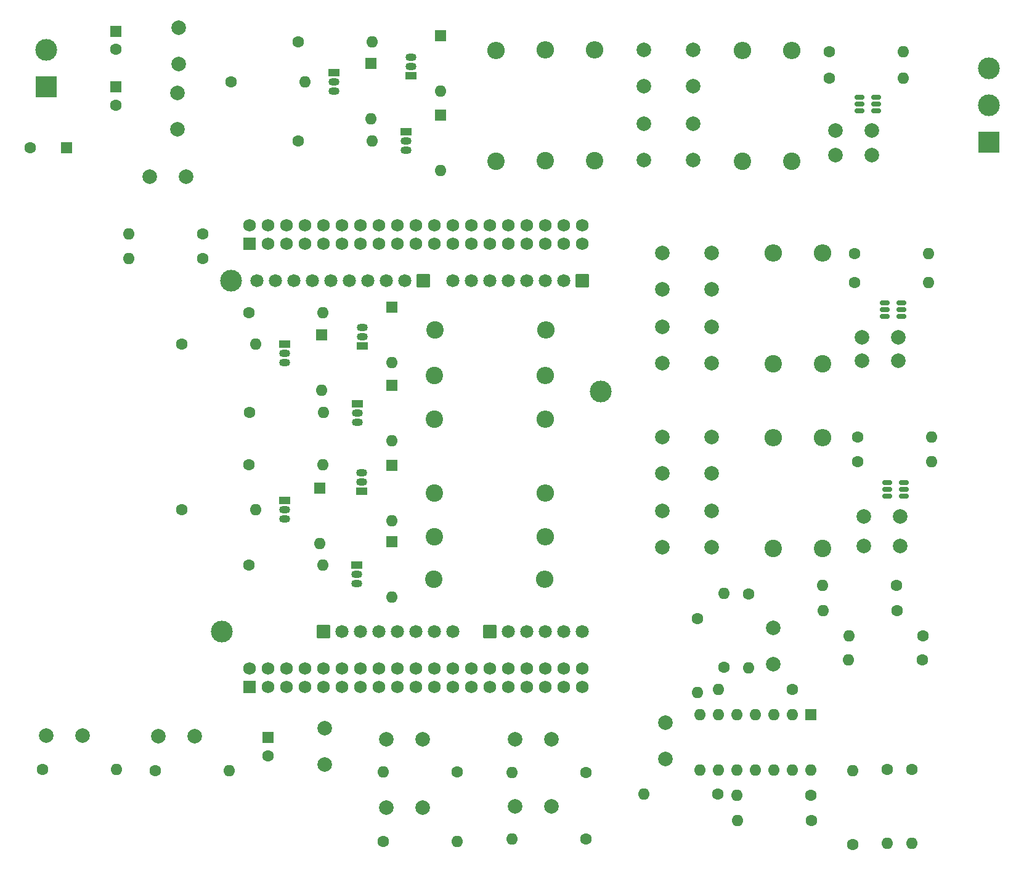
<source format=gbr>
%TF.GenerationSoftware,KiCad,Pcbnew,7.0.8*%
%TF.CreationDate,2024-01-04T13:34:46+01:00*%
%TF.ProjectId,Inverter F446,496e7665-7274-4657-9220-463434362e6b,rev?*%
%TF.SameCoordinates,Original*%
%TF.FileFunction,Soldermask,Top*%
%TF.FilePolarity,Negative*%
%FSLAX46Y46*%
G04 Gerber Fmt 4.6, Leading zero omitted, Abs format (unit mm)*
G04 Created by KiCad (PCBNEW 7.0.8) date 2024-01-04 13:34:46*
%MOMM*%
%LPD*%
G01*
G04 APERTURE LIST*
G04 Aperture macros list*
%AMRoundRect*
0 Rectangle with rounded corners*
0 $1 Rounding radius*
0 $2 $3 $4 $5 $6 $7 $8 $9 X,Y pos of 4 corners*
0 Add a 4 corners polygon primitive as box body*
4,1,4,$2,$3,$4,$5,$6,$7,$8,$9,$2,$3,0*
0 Add four circle primitives for the rounded corners*
1,1,$1+$1,$2,$3*
1,1,$1+$1,$4,$5*
1,1,$1+$1,$6,$7*
1,1,$1+$1,$8,$9*
0 Add four rect primitives between the rounded corners*
20,1,$1+$1,$2,$3,$4,$5,0*
20,1,$1+$1,$4,$5,$6,$7,0*
20,1,$1+$1,$6,$7,$8,$9,0*
20,1,$1+$1,$8,$9,$2,$3,0*%
G04 Aperture macros list end*
%ADD10C,2.000000*%
%ADD11C,1.600000*%
%ADD12O,1.600000X1.600000*%
%ADD13R,1.600000X1.600000*%
%ADD14R,1.500000X1.050000*%
%ADD15O,1.500000X1.050000*%
%ADD16C,2.400000*%
%ADD17O,2.400000X2.400000*%
%ADD18R,3.000000X3.000000*%
%ADD19C,3.000000*%
%ADD20RoundRect,0.102000X0.802500X-0.802500X0.802500X0.802500X-0.802500X0.802500X-0.802500X-0.802500X0*%
%ADD21C,1.809000*%
%ADD22RoundRect,0.102000X0.765000X-0.765000X0.765000X0.765000X-0.765000X0.765000X-0.765000X-0.765000X0*%
%ADD23C,1.734000*%
%ADD24RoundRect,0.150000X0.512500X0.150000X-0.512500X0.150000X-0.512500X-0.150000X0.512500X-0.150000X0*%
G04 APERTURE END LIST*
D10*
%TO.C,C12*%
X109220000Y-55860000D03*
X109220000Y-60860000D03*
%TD*%
D11*
%TO.C,R37*%
X39260959Y-43050087D03*
D12*
X29100959Y-43050087D03*
%TD*%
D13*
%TO.C,D2*%
X62339688Y-19656242D03*
D12*
X62339688Y-27276242D03*
%TD*%
D10*
%TO.C,C24*%
X130078061Y-85980594D03*
X135078061Y-85980594D03*
%TD*%
D14*
%TO.C,Q3*%
X57274523Y-20926242D03*
D15*
X57274523Y-22196242D03*
X57274523Y-23466242D03*
%TD*%
D16*
%TO.C,L6*%
X79586667Y-33127323D03*
D17*
X79586667Y-17887323D03*
%TD*%
D13*
%TO.C,C7*%
X27339244Y-22871589D03*
D11*
X27339244Y-25371589D03*
%TD*%
D16*
%TO.C,L16*%
X124460000Y-86360000D03*
D17*
X124460000Y-71120000D03*
%TD*%
D11*
%TO.C,R5*%
X45685407Y-67651038D03*
D12*
X55845407Y-67651038D03*
%TD*%
D11*
%TO.C,R14*%
X114300000Y-92611804D03*
D12*
X114300000Y-102771804D03*
%TD*%
D18*
%TO.C,J1*%
X17780000Y-22860000D03*
D19*
X17780000Y-17780000D03*
%TD*%
D11*
%TO.C,R1*%
X52379688Y-16701823D03*
D12*
X62539688Y-16701823D03*
%TD*%
D14*
%TO.C,Q8*%
X61147815Y-78446962D03*
D15*
X61147815Y-77176962D03*
X61147815Y-75906962D03*
%TD*%
D10*
%TO.C,C25*%
X87187777Y-112579296D03*
X82187777Y-112579296D03*
%TD*%
D11*
%TO.C,R22*%
X122815658Y-120253120D03*
D12*
X112655658Y-120253120D03*
%TD*%
D11*
%TO.C,R32*%
X64049887Y-126628662D03*
D12*
X74209887Y-126628662D03*
%TD*%
D11*
%TO.C,R25*%
X138179567Y-101648266D03*
D12*
X128019567Y-101648266D03*
%TD*%
D11*
%TO.C,R21*%
X133320319Y-116710364D03*
D12*
X133320319Y-126870364D03*
%TD*%
D10*
%TO.C,C34*%
X32020697Y-35199069D03*
X37020697Y-35199069D03*
%TD*%
D11*
%TO.C,R28*%
X128555967Y-127055435D03*
D12*
X128555967Y-116895435D03*
%TD*%
D13*
%TO.C,C32*%
X48260000Y-112346386D03*
D11*
X48260000Y-114846386D03*
%TD*%
%TO.C,R11*%
X134620000Y-91440000D03*
D12*
X124460000Y-91440000D03*
%TD*%
D11*
%TO.C,R40*%
X129287238Y-71015959D03*
D12*
X139447238Y-71015959D03*
%TD*%
D16*
%TO.C,L3*%
X113453332Y-33127323D03*
D17*
X113453332Y-17887323D03*
%TD*%
D11*
%TO.C,R10*%
X125402877Y-21642615D03*
D12*
X135562877Y-21642615D03*
%TD*%
D16*
%TO.C,L7*%
X71205233Y-56291482D03*
D17*
X86445233Y-56291482D03*
%TD*%
D10*
%TO.C,C21*%
X129840775Y-60555652D03*
X134840775Y-60555652D03*
%TD*%
D11*
%TO.C,R39*%
X128860592Y-45829420D03*
D12*
X139020592Y-45829420D03*
%TD*%
D19*
%TO.C,U1*%
X41910000Y-97790000D03*
X93980000Y-64770000D03*
X43180000Y-49530000D03*
D20*
X69600000Y-49530000D03*
D21*
X67060000Y-49530000D03*
X64520000Y-49530000D03*
X61980000Y-49530000D03*
X59440000Y-49530000D03*
X56900000Y-49530000D03*
X54360000Y-49530000D03*
X51820000Y-49530000D03*
X49280000Y-49530000D03*
X46740000Y-49530000D03*
D20*
X55880000Y-97790000D03*
D21*
X58420000Y-97790000D03*
X60960000Y-97790000D03*
X63500000Y-97790000D03*
X66040000Y-97790000D03*
X68580000Y-97790000D03*
X71120000Y-97790000D03*
X73660000Y-97790000D03*
D22*
X45720000Y-105410000D03*
D23*
X45720000Y-102870000D03*
X48260000Y-105410000D03*
X48260000Y-102870000D03*
X50800000Y-105410000D03*
X50800000Y-102870000D03*
X53340000Y-105410000D03*
X53340000Y-102870000D03*
X55880000Y-105410000D03*
X55880000Y-102870000D03*
X58420000Y-105410000D03*
X58420000Y-102870000D03*
X60960000Y-105410000D03*
X60960000Y-102870000D03*
X63500000Y-105410000D03*
X63500000Y-102870000D03*
X66040000Y-105410000D03*
X66040000Y-102870000D03*
X68580000Y-105410000D03*
X68580000Y-102870000D03*
X71120000Y-105410000D03*
X71120000Y-102870000D03*
X73660000Y-105410000D03*
X73660000Y-102870000D03*
X76200000Y-105410000D03*
X76200000Y-102870000D03*
X78740000Y-105410000D03*
X78740000Y-102870000D03*
X81280000Y-105410000D03*
X81280000Y-102870000D03*
X83820000Y-105410000D03*
X83820000Y-102870000D03*
X86360000Y-105410000D03*
X86360000Y-102870000D03*
X88900000Y-105410000D03*
X88900000Y-102870000D03*
X91440000Y-105410000D03*
X91440000Y-102870000D03*
D20*
X78740000Y-97790000D03*
D21*
X81280000Y-97790000D03*
X83820000Y-97790000D03*
X86360000Y-97790000D03*
X88900000Y-97790000D03*
X91440000Y-97790000D03*
D20*
X91440000Y-49530000D03*
D21*
X88900000Y-49530000D03*
X86360000Y-49530000D03*
X83820000Y-49530000D03*
X81280000Y-49530000D03*
X78740000Y-49530000D03*
X76200000Y-49530000D03*
X73660000Y-49530000D03*
D22*
X45720000Y-44450000D03*
D23*
X45720000Y-41910000D03*
X48260000Y-44450000D03*
X48260000Y-41910000D03*
X50800000Y-44450000D03*
X50800000Y-41910000D03*
X53340000Y-44450000D03*
X53340000Y-41910000D03*
X55880000Y-44450000D03*
X55880000Y-41910000D03*
X58420000Y-44450000D03*
X58420000Y-41910000D03*
X60960000Y-44450000D03*
X60960000Y-41910000D03*
X63500000Y-44450000D03*
X63500000Y-41910000D03*
X66040000Y-44450000D03*
X66040000Y-41910000D03*
X68580000Y-44450000D03*
X68580000Y-41910000D03*
X71120000Y-44450000D03*
X71120000Y-41910000D03*
X73660000Y-44450000D03*
X73660000Y-41910000D03*
X76200000Y-44450000D03*
X76200000Y-41910000D03*
X78740000Y-44450000D03*
X78740000Y-41910000D03*
X81280000Y-44450000D03*
X81280000Y-41910000D03*
X83820000Y-44450000D03*
X83820000Y-41910000D03*
X86360000Y-44450000D03*
X86360000Y-41910000D03*
X88900000Y-44450000D03*
X88900000Y-41910000D03*
X91440000Y-44450000D03*
X91440000Y-41910000D03*
%TD*%
D10*
%TO.C,C30*%
X69530528Y-121966945D03*
X64530528Y-121966945D03*
%TD*%
D16*
%TO.C,L15*%
X117686665Y-86360000D03*
D17*
X117686665Y-71120000D03*
%TD*%
D11*
%TO.C,R6*%
X45643489Y-53947960D03*
D12*
X55803489Y-53947960D03*
%TD*%
D11*
%TO.C,R31*%
X32730388Y-116927792D03*
D12*
X42890388Y-116927792D03*
%TD*%
D11*
%TO.C,R24*%
X91932762Y-126311292D03*
D12*
X81772762Y-126311292D03*
%TD*%
D11*
%TO.C,R18*%
X129287238Y-74405629D03*
D12*
X139447238Y-74405629D03*
%TD*%
D11*
%TO.C,R26*%
X136681888Y-116739651D03*
D12*
X136681888Y-126899651D03*
%TD*%
D10*
%TO.C,C13*%
X102446667Y-71040000D03*
X102446667Y-76040000D03*
%TD*%
D13*
%TO.C,D3*%
X71966667Y-26777323D03*
D12*
X71966667Y-34397323D03*
%TD*%
D16*
%TO.C,L11*%
X124460000Y-60960000D03*
D17*
X124460000Y-45720000D03*
%TD*%
D11*
%TO.C,R36*%
X39263895Y-46456938D03*
D12*
X29103895Y-46456938D03*
%TD*%
D10*
%TO.C,C19*%
X126223022Y-32251284D03*
X131223022Y-32251284D03*
%TD*%
D16*
%TO.C,L9*%
X71120000Y-68580000D03*
D17*
X86360000Y-68580000D03*
%TD*%
D11*
%TO.C,R7*%
X36350390Y-80986962D03*
D12*
X46510390Y-80986962D03*
%TD*%
D10*
%TO.C,C23*%
X102884990Y-110277675D03*
X102884990Y-115277675D03*
%TD*%
D14*
%TO.C,Q2*%
X67894116Y-21328393D03*
D15*
X67894116Y-20058393D03*
X67894116Y-18788393D03*
%TD*%
D24*
%TO.C,U4*%
X135643856Y-79160826D03*
X135643856Y-78210826D03*
X135643856Y-77260826D03*
X133368856Y-77260826D03*
X133368856Y-78210826D03*
X133368856Y-79160826D03*
%TD*%
D10*
%TO.C,C3*%
X99906666Y-27914127D03*
X99906666Y-32914127D03*
%TD*%
%TO.C,C28*%
X22780000Y-112103866D03*
X17780000Y-112103866D03*
%TD*%
D11*
%TO.C,R29*%
X74228929Y-117082212D03*
D12*
X64068929Y-117082212D03*
%TD*%
D16*
%TO.C,L12*%
X71120000Y-78740000D03*
D17*
X86360000Y-78740000D03*
%TD*%
D16*
%TO.C,L14*%
X71053576Y-90563547D03*
D17*
X86293576Y-90563547D03*
%TD*%
D10*
%TO.C,C22*%
X130078061Y-81930594D03*
X135078061Y-81930594D03*
%TD*%
%TO.C,C20*%
X129840775Y-57266421D03*
X134840775Y-57266421D03*
%TD*%
D14*
%TO.C,Q9*%
X60427815Y-88606962D03*
D15*
X60427815Y-89876962D03*
X60427815Y-91146962D03*
%TD*%
D13*
%TO.C,D4*%
X55566016Y-56982470D03*
D12*
X55566016Y-64602470D03*
%TD*%
D10*
%TO.C,C6*%
X35939341Y-14742570D03*
X35939341Y-19742570D03*
%TD*%
D11*
%TO.C,R17*%
X107286967Y-96031382D03*
D12*
X107286967Y-106191382D03*
%TD*%
D10*
%TO.C,C4*%
X106679999Y-27914127D03*
X106679999Y-32914127D03*
%TD*%
D13*
%TO.C,C8*%
X27339244Y-15210639D03*
D11*
X27339244Y-17710639D03*
%TD*%
%TO.C,R27*%
X122956641Y-123783096D03*
D12*
X112796641Y-123783096D03*
%TD*%
D10*
%TO.C,C5*%
X35829030Y-23685503D03*
X35829030Y-28685503D03*
%TD*%
D16*
%TO.C,L8*%
X71120000Y-62535377D03*
D17*
X86360000Y-62535377D03*
%TD*%
D10*
%TO.C,C16*%
X109220000Y-81180000D03*
X109220000Y-86180000D03*
%TD*%
%TO.C,C14*%
X109220000Y-71040000D03*
X109220000Y-76040000D03*
%TD*%
%TO.C,C27*%
X69503792Y-112555624D03*
X64503792Y-112555624D03*
%TD*%
%TO.C,C9*%
X102446667Y-45720000D03*
X102446667Y-50720000D03*
%TD*%
D16*
%TO.C,L1*%
X86360000Y-33020000D03*
D17*
X86360000Y-17780000D03*
%TD*%
D13*
%TO.C,D8*%
X65240351Y-74929895D03*
D12*
X65240351Y-82549895D03*
%TD*%
D10*
%TO.C,C10*%
X109220000Y-45720000D03*
X109220000Y-50720000D03*
%TD*%
D13*
%TO.C,D5*%
X65272386Y-53194390D03*
D12*
X65272386Y-60814390D03*
%TD*%
D10*
%TO.C,C26*%
X87225483Y-121815448D03*
X82225483Y-121815448D03*
%TD*%
D11*
%TO.C,R38*%
X125402877Y-17977129D03*
D12*
X135562877Y-17977129D03*
%TD*%
D11*
%TO.C,R4*%
X36402410Y-58252470D03*
D12*
X46562410Y-58252470D03*
%TD*%
D11*
%TO.C,R3*%
X52379688Y-30289442D03*
D12*
X62539688Y-30289442D03*
%TD*%
D14*
%TO.C,Q5*%
X61199835Y-58514732D03*
D15*
X61199835Y-57244732D03*
X61199835Y-55974732D03*
%TD*%
D11*
%TO.C,R8*%
X45633387Y-88606962D03*
D12*
X55793387Y-88606962D03*
%TD*%
D11*
%TO.C,R15*%
X128834806Y-49767842D03*
D12*
X138994806Y-49767842D03*
%TD*%
D10*
%TO.C,C29*%
X38157677Y-112201796D03*
X33157677Y-112201796D03*
%TD*%
D13*
%TO.C,D1*%
X71966667Y-15830566D03*
D12*
X71966667Y-23450566D03*
%TD*%
D11*
%TO.C,R16*%
X120278364Y-105719119D03*
D12*
X110118364Y-105719119D03*
%TD*%
D11*
%TO.C,R9*%
X45591469Y-74825039D03*
D12*
X55751469Y-74825039D03*
%TD*%
D13*
%TO.C,D7*%
X55375315Y-78048918D03*
D12*
X55375315Y-85668918D03*
%TD*%
D16*
%TO.C,L13*%
X71120000Y-84718198D03*
D17*
X86360000Y-84718198D03*
%TD*%
D13*
%TO.C,C33*%
X20563953Y-31261220D03*
D11*
X15563953Y-31261220D03*
%TD*%
D10*
%TO.C,C1*%
X99906666Y-17774127D03*
X99906666Y-22774127D03*
%TD*%
D14*
%TO.C,Q1*%
X50500851Y-58252470D03*
D15*
X50500851Y-59522470D03*
X50500851Y-60792470D03*
%TD*%
D13*
%TO.C,D9*%
X65243743Y-85450239D03*
D12*
X65243743Y-93070239D03*
%TD*%
D10*
%TO.C,C17*%
X126199089Y-28871610D03*
X131199089Y-28871610D03*
%TD*%
D11*
%TO.C,R30*%
X17294668Y-116715617D03*
D12*
X27454668Y-116715617D03*
%TD*%
D14*
%TO.C,Q6*%
X60479835Y-66439277D03*
D15*
X60479835Y-67709277D03*
X60479835Y-68979277D03*
%TD*%
D16*
%TO.C,L2*%
X93133333Y-32964127D03*
D17*
X93133333Y-17724127D03*
%TD*%
D11*
%TO.C,R2*%
X43176082Y-22177431D03*
D12*
X53336082Y-22177431D03*
%TD*%
D10*
%TO.C,C11*%
X102446667Y-55860000D03*
X102446667Y-60860000D03*
%TD*%
%TO.C,C15*%
X102446667Y-81180000D03*
X102446667Y-86180000D03*
%TD*%
%TO.C,C31*%
X55999631Y-111028765D03*
X55999631Y-116028765D03*
%TD*%
D11*
%TO.C,R20*%
X134652999Y-94895396D03*
D12*
X124492999Y-94895396D03*
%TD*%
D10*
%TO.C,C18*%
X117629435Y-102268518D03*
X117629435Y-97268518D03*
%TD*%
D13*
%TO.C,U5*%
X122796621Y-109220000D03*
D12*
X120256621Y-109220000D03*
X117716621Y-109220000D03*
X115176621Y-109220000D03*
X112636621Y-109220000D03*
X110096621Y-109220000D03*
X107556621Y-109220000D03*
X107556621Y-116840000D03*
X110096621Y-116840000D03*
X112636621Y-116840000D03*
X115176621Y-116840000D03*
X117716621Y-116840000D03*
X120256621Y-116840000D03*
X122796621Y-116840000D03*
%TD*%
D18*
%TO.C,J2*%
X147320000Y-30480000D03*
D19*
X147320000Y-25400000D03*
X147320000Y-20320000D03*
%TD*%
D11*
%TO.C,R23*%
X110017191Y-120101531D03*
D12*
X99857191Y-120101531D03*
%TD*%
D24*
%TO.C,U2*%
X131786589Y-26149754D03*
X131786589Y-25199754D03*
X131786589Y-24249754D03*
X129511589Y-24249754D03*
X129511589Y-25199754D03*
X129511589Y-26149754D03*
%TD*%
D16*
%TO.C,L4*%
X120226667Y-33127323D03*
D17*
X120226667Y-17887323D03*
%TD*%
D24*
%TO.C,U3*%
X135302338Y-54442906D03*
X135302338Y-53492906D03*
X135302338Y-52542906D03*
X133027338Y-52542906D03*
X133027338Y-53492906D03*
X133027338Y-54442906D03*
%TD*%
D10*
%TO.C,C2*%
X106679999Y-17774127D03*
X106679999Y-22774127D03*
%TD*%
D11*
%TO.C,R12*%
X138203982Y-98332267D03*
D12*
X128043982Y-98332267D03*
%TD*%
D13*
%TO.C,D6*%
X65272386Y-63899492D03*
D12*
X65272386Y-71519492D03*
%TD*%
D16*
%TO.C,L10*%
X117686665Y-60960000D03*
D17*
X117686665Y-45720000D03*
%TD*%
D11*
%TO.C,R19*%
X91906915Y-117204549D03*
D12*
X81746915Y-117204549D03*
%TD*%
D14*
%TO.C,Q4*%
X67174116Y-29015621D03*
D15*
X67174116Y-30285621D03*
X67174116Y-31555621D03*
%TD*%
D11*
%TO.C,R13*%
X110880422Y-102655886D03*
D12*
X110880422Y-92495886D03*
%TD*%
D14*
%TO.C,Q7*%
X50560678Y-79703833D03*
D15*
X50560678Y-80973833D03*
X50560678Y-82243833D03*
%TD*%
M02*

</source>
